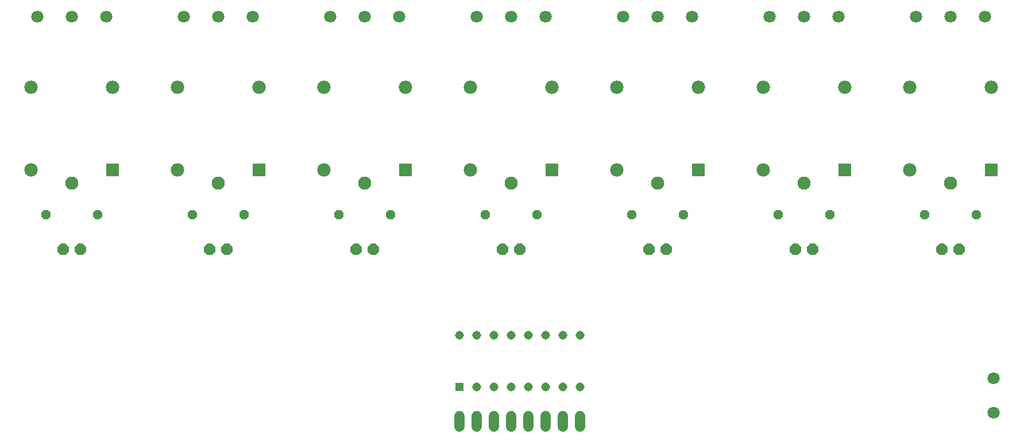
<source format=gbr>
G04 EAGLE Gerber RS-274X export*
G75*
%MOMM*%
%FSLAX34Y34*%
%LPD*%
%INBottom Copper*%
%IPPOS*%
%AMOC8*
5,1,8,0,0,1.08239X$1,22.5*%
G01*
%ADD10R,1.308000X1.308000*%
%ADD11C,1.308000*%
%ADD12C,1.800000*%
%ADD13C,1.524000*%
%ADD14P,1.814519X8X22.500000*%
%ADD15P,1.429621X8X22.500000*%
%ADD16R,1.980000X1.980000*%
%ADD17C,1.935000*%
%ADD18C,1.980000*%


D10*
X723900Y88900D03*
D11*
X749300Y88900D03*
X774700Y88900D03*
X800100Y88900D03*
X825500Y88900D03*
X850900Y88900D03*
X876300Y88900D03*
X901700Y88900D03*
X901700Y165100D03*
X876300Y165100D03*
X850900Y165100D03*
X825500Y165100D03*
X800100Y165100D03*
X774700Y165100D03*
X749300Y165100D03*
X723900Y165100D03*
D12*
X1511300Y101600D03*
X1511300Y50800D03*
D13*
X723900Y45720D02*
X723900Y30480D01*
X749300Y30480D02*
X749300Y45720D01*
X774700Y45720D02*
X774700Y30480D01*
X800100Y30480D02*
X800100Y45720D01*
X825500Y45720D02*
X825500Y30480D01*
X850900Y30480D02*
X850900Y45720D01*
X876300Y45720D02*
X876300Y30480D01*
X901700Y30480D02*
X901700Y45720D01*
D14*
X1435100Y292100D03*
X1460500Y292100D03*
X1219200Y292100D03*
X1244600Y292100D03*
X1003300Y292100D03*
X1028700Y292100D03*
X787400Y292100D03*
X812800Y292100D03*
X571500Y292100D03*
X596900Y292100D03*
X355600Y292100D03*
X381000Y292100D03*
X139700Y292100D03*
X165100Y292100D03*
D15*
X1409700Y342900D03*
X1485900Y342900D03*
X1193800Y342900D03*
X1270000Y342900D03*
X977900Y342900D03*
X1054100Y342900D03*
X762000Y342900D03*
X838200Y342900D03*
X546100Y342900D03*
X622300Y342900D03*
X330200Y342900D03*
X406400Y342900D03*
X114300Y342900D03*
X190500Y342900D03*
D16*
X1507800Y408900D03*
D17*
X1447800Y388900D03*
D18*
X1387800Y408900D03*
X1387800Y530900D03*
X1507800Y530900D03*
D16*
X1291900Y408900D03*
D17*
X1231900Y388900D03*
D18*
X1171900Y408900D03*
X1171900Y530900D03*
X1291900Y530900D03*
D16*
X1076000Y408900D03*
D17*
X1016000Y388900D03*
D18*
X956000Y408900D03*
X956000Y530900D03*
X1076000Y530900D03*
D16*
X860100Y408900D03*
D17*
X800100Y388900D03*
D18*
X740100Y408900D03*
X740100Y530900D03*
X860100Y530900D03*
D16*
X644200Y408900D03*
D17*
X584200Y388900D03*
D18*
X524200Y408900D03*
X524200Y530900D03*
X644200Y530900D03*
D16*
X428300Y408900D03*
D17*
X368300Y388900D03*
D18*
X308300Y408900D03*
X308300Y530900D03*
X428300Y530900D03*
D16*
X212400Y408900D03*
D17*
X152400Y388900D03*
D18*
X92400Y408900D03*
X92400Y530900D03*
X212400Y530900D03*
D12*
X1397000Y635000D03*
X1447800Y635000D03*
X1498600Y635000D03*
X1181100Y635000D03*
X1231900Y635000D03*
X1282700Y635000D03*
X965200Y635000D03*
X1016000Y635000D03*
X1066800Y635000D03*
X749300Y635000D03*
X800100Y635000D03*
X850900Y635000D03*
X533400Y635000D03*
X584200Y635000D03*
X635000Y635000D03*
X317500Y635000D03*
X368300Y635000D03*
X419100Y635000D03*
X101600Y635000D03*
X152400Y635000D03*
X203200Y635000D03*
M02*

</source>
